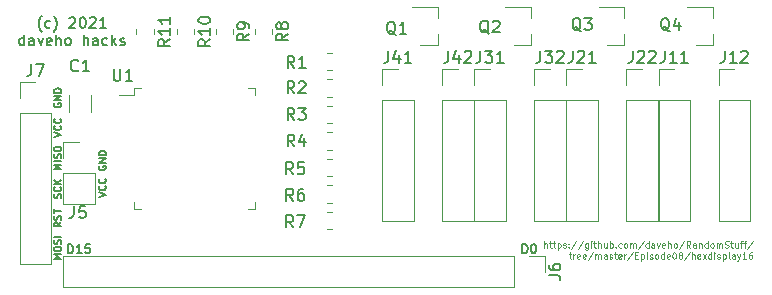
<source format=gbr>
%TF.GenerationSoftware,KiCad,Pcbnew,5.1.10-88a1d61d58~88~ubuntu20.04.1*%
%TF.CreationDate,2021-05-20T12:52:21-04:00*%
%TF.ProjectId,hexdisplay16,68657864-6973-4706-9c61-7931362e6b69,rev?*%
%TF.SameCoordinates,Original*%
%TF.FileFunction,Legend,Top*%
%TF.FilePolarity,Positive*%
%FSLAX46Y46*%
G04 Gerber Fmt 4.6, Leading zero omitted, Abs format (unit mm)*
G04 Created by KiCad (PCBNEW 5.1.10-88a1d61d58~88~ubuntu20.04.1) date 2021-05-20 12:52:21*
%MOMM*%
%LPD*%
G01*
G04 APERTURE LIST*
%ADD10C,0.150000*%
%ADD11C,0.120000*%
G04 APERTURE END LIST*
D10*
X83571428Y-133700000D02*
X84171428Y-133500000D01*
X83571428Y-133300000D01*
X84114285Y-132757142D02*
X84142857Y-132785714D01*
X84171428Y-132871428D01*
X84171428Y-132928571D01*
X84142857Y-133014285D01*
X84085714Y-133071428D01*
X84028571Y-133100000D01*
X83914285Y-133128571D01*
X83828571Y-133128571D01*
X83714285Y-133100000D01*
X83657142Y-133071428D01*
X83600000Y-133014285D01*
X83571428Y-132928571D01*
X83571428Y-132871428D01*
X83600000Y-132785714D01*
X83628571Y-132757142D01*
X84114285Y-132157142D02*
X84142857Y-132185714D01*
X84171428Y-132271428D01*
X84171428Y-132328571D01*
X84142857Y-132414285D01*
X84085714Y-132471428D01*
X84028571Y-132500000D01*
X83914285Y-132528571D01*
X83828571Y-132528571D01*
X83714285Y-132500000D01*
X83657142Y-132471428D01*
X83600000Y-132414285D01*
X83571428Y-132328571D01*
X83571428Y-132271428D01*
X83600000Y-132185714D01*
X83628571Y-132157142D01*
X83600000Y-131057142D02*
X83571428Y-131114285D01*
X83571428Y-131200000D01*
X83600000Y-131285714D01*
X83657142Y-131342857D01*
X83714285Y-131371428D01*
X83828571Y-131400000D01*
X83914285Y-131400000D01*
X84028571Y-131371428D01*
X84085714Y-131342857D01*
X84142857Y-131285714D01*
X84171428Y-131200000D01*
X84171428Y-131142857D01*
X84142857Y-131057142D01*
X84114285Y-131028571D01*
X83914285Y-131028571D01*
X83914285Y-131142857D01*
X84171428Y-130771428D02*
X83571428Y-130771428D01*
X84171428Y-130428571D01*
X83571428Y-130428571D01*
X84171428Y-130142857D02*
X83571428Y-130142857D01*
X83571428Y-130000000D01*
X83600000Y-129914285D01*
X83657142Y-129857142D01*
X83714285Y-129828571D01*
X83828571Y-129800000D01*
X83914285Y-129800000D01*
X84028571Y-129828571D01*
X84085714Y-129857142D01*
X84142857Y-129914285D01*
X84171428Y-130000000D01*
X84171428Y-130142857D01*
X80371428Y-138942857D02*
X79771428Y-138942857D01*
X80200000Y-138742857D01*
X79771428Y-138542857D01*
X80371428Y-138542857D01*
X79771428Y-138142857D02*
X79771428Y-138028571D01*
X79800000Y-137971428D01*
X79857142Y-137914285D01*
X79971428Y-137885714D01*
X80171428Y-137885714D01*
X80285714Y-137914285D01*
X80342857Y-137971428D01*
X80371428Y-138028571D01*
X80371428Y-138142857D01*
X80342857Y-138200000D01*
X80285714Y-138257142D01*
X80171428Y-138285714D01*
X79971428Y-138285714D01*
X79857142Y-138257142D01*
X79800000Y-138200000D01*
X79771428Y-138142857D01*
X80342857Y-137657142D02*
X80371428Y-137571428D01*
X80371428Y-137428571D01*
X80342857Y-137371428D01*
X80314285Y-137342857D01*
X80257142Y-137314285D01*
X80200000Y-137314285D01*
X80142857Y-137342857D01*
X80114285Y-137371428D01*
X80085714Y-137428571D01*
X80057142Y-137542857D01*
X80028571Y-137600000D01*
X80000000Y-137628571D01*
X79942857Y-137657142D01*
X79885714Y-137657142D01*
X79828571Y-137628571D01*
X79800000Y-137600000D01*
X79771428Y-137542857D01*
X79771428Y-137400000D01*
X79800000Y-137314285D01*
X80371428Y-137057142D02*
X79771428Y-137057142D01*
X80371428Y-135828571D02*
X80085714Y-136028571D01*
X80371428Y-136171428D02*
X79771428Y-136171428D01*
X79771428Y-135942857D01*
X79800000Y-135885714D01*
X79828571Y-135857142D01*
X79885714Y-135828571D01*
X79971428Y-135828571D01*
X80028571Y-135857142D01*
X80057142Y-135885714D01*
X80085714Y-135942857D01*
X80085714Y-136171428D01*
X80342857Y-135600000D02*
X80371428Y-135514285D01*
X80371428Y-135371428D01*
X80342857Y-135314285D01*
X80314285Y-135285714D01*
X80257142Y-135257142D01*
X80200000Y-135257142D01*
X80142857Y-135285714D01*
X80114285Y-135314285D01*
X80085714Y-135371428D01*
X80057142Y-135485714D01*
X80028571Y-135542857D01*
X80000000Y-135571428D01*
X79942857Y-135600000D01*
X79885714Y-135600000D01*
X79828571Y-135571428D01*
X79800000Y-135542857D01*
X79771428Y-135485714D01*
X79771428Y-135342857D01*
X79800000Y-135257142D01*
X79771428Y-135085714D02*
X79771428Y-134742857D01*
X80371428Y-134914285D02*
X79771428Y-134914285D01*
X80342857Y-133771428D02*
X80371428Y-133685714D01*
X80371428Y-133542857D01*
X80342857Y-133485714D01*
X80314285Y-133457142D01*
X80257142Y-133428571D01*
X80200000Y-133428571D01*
X80142857Y-133457142D01*
X80114285Y-133485714D01*
X80085714Y-133542857D01*
X80057142Y-133657142D01*
X80028571Y-133714285D01*
X80000000Y-133742857D01*
X79942857Y-133771428D01*
X79885714Y-133771428D01*
X79828571Y-133742857D01*
X79800000Y-133714285D01*
X79771428Y-133657142D01*
X79771428Y-133514285D01*
X79800000Y-133428571D01*
X80314285Y-132828571D02*
X80342857Y-132857142D01*
X80371428Y-132942857D01*
X80371428Y-133000000D01*
X80342857Y-133085714D01*
X80285714Y-133142857D01*
X80228571Y-133171428D01*
X80114285Y-133200000D01*
X80028571Y-133200000D01*
X79914285Y-133171428D01*
X79857142Y-133142857D01*
X79800000Y-133085714D01*
X79771428Y-133000000D01*
X79771428Y-132942857D01*
X79800000Y-132857142D01*
X79828571Y-132828571D01*
X80371428Y-132571428D02*
X79771428Y-132571428D01*
X80371428Y-132228571D02*
X80028571Y-132485714D01*
X79771428Y-132228571D02*
X80114285Y-132571428D01*
X80371428Y-131342857D02*
X79771428Y-131342857D01*
X80200000Y-131142857D01*
X79771428Y-130942857D01*
X80371428Y-130942857D01*
X80371428Y-130657142D02*
X79771428Y-130657142D01*
X80342857Y-130400000D02*
X80371428Y-130314285D01*
X80371428Y-130171428D01*
X80342857Y-130114285D01*
X80314285Y-130085714D01*
X80257142Y-130057142D01*
X80200000Y-130057142D01*
X80142857Y-130085714D01*
X80114285Y-130114285D01*
X80085714Y-130171428D01*
X80057142Y-130285714D01*
X80028571Y-130342857D01*
X80000000Y-130371428D01*
X79942857Y-130400000D01*
X79885714Y-130400000D01*
X79828571Y-130371428D01*
X79800000Y-130342857D01*
X79771428Y-130285714D01*
X79771428Y-130142857D01*
X79800000Y-130057142D01*
X79771428Y-129685714D02*
X79771428Y-129571428D01*
X79800000Y-129514285D01*
X79857142Y-129457142D01*
X79971428Y-129428571D01*
X80171428Y-129428571D01*
X80285714Y-129457142D01*
X80342857Y-129514285D01*
X80371428Y-129571428D01*
X80371428Y-129685714D01*
X80342857Y-129742857D01*
X80285714Y-129800000D01*
X80171428Y-129828571D01*
X79971428Y-129828571D01*
X79857142Y-129800000D01*
X79800000Y-129742857D01*
X79771428Y-129685714D01*
X79771428Y-128600000D02*
X80371428Y-128400000D01*
X79771428Y-128200000D01*
X80314285Y-127657142D02*
X80342857Y-127685714D01*
X80371428Y-127771428D01*
X80371428Y-127828571D01*
X80342857Y-127914285D01*
X80285714Y-127971428D01*
X80228571Y-128000000D01*
X80114285Y-128028571D01*
X80028571Y-128028571D01*
X79914285Y-128000000D01*
X79857142Y-127971428D01*
X79800000Y-127914285D01*
X79771428Y-127828571D01*
X79771428Y-127771428D01*
X79800000Y-127685714D01*
X79828571Y-127657142D01*
X80314285Y-127057142D02*
X80342857Y-127085714D01*
X80371428Y-127171428D01*
X80371428Y-127228571D01*
X80342857Y-127314285D01*
X80285714Y-127371428D01*
X80228571Y-127400000D01*
X80114285Y-127428571D01*
X80028571Y-127428571D01*
X79914285Y-127400000D01*
X79857142Y-127371428D01*
X79800000Y-127314285D01*
X79771428Y-127228571D01*
X79771428Y-127171428D01*
X79800000Y-127085714D01*
X79828571Y-127057142D01*
X79800000Y-125757142D02*
X79771428Y-125814285D01*
X79771428Y-125900000D01*
X79800000Y-125985714D01*
X79857142Y-126042857D01*
X79914285Y-126071428D01*
X80028571Y-126100000D01*
X80114285Y-126100000D01*
X80228571Y-126071428D01*
X80285714Y-126042857D01*
X80342857Y-125985714D01*
X80371428Y-125900000D01*
X80371428Y-125842857D01*
X80342857Y-125757142D01*
X80314285Y-125728571D01*
X80114285Y-125728571D01*
X80114285Y-125842857D01*
X80371428Y-125471428D02*
X79771428Y-125471428D01*
X80371428Y-125128571D01*
X79771428Y-125128571D01*
X80371428Y-124842857D02*
X79771428Y-124842857D01*
X79771428Y-124700000D01*
X79800000Y-124614285D01*
X79857142Y-124557142D01*
X79914285Y-124528571D01*
X80028571Y-124500000D01*
X80114285Y-124500000D01*
X80228571Y-124528571D01*
X80285714Y-124557142D01*
X80342857Y-124614285D01*
X80371428Y-124700000D01*
X80371428Y-124842857D01*
X78728571Y-119700000D02*
X78685714Y-119657142D01*
X78600000Y-119528571D01*
X78557142Y-119442857D01*
X78514285Y-119314285D01*
X78471428Y-119100000D01*
X78471428Y-118928571D01*
X78514285Y-118714285D01*
X78557142Y-118585714D01*
X78600000Y-118500000D01*
X78685714Y-118371428D01*
X78728571Y-118328571D01*
X79457142Y-119314285D02*
X79371428Y-119357142D01*
X79200000Y-119357142D01*
X79114285Y-119314285D01*
X79071428Y-119271428D01*
X79028571Y-119185714D01*
X79028571Y-118928571D01*
X79071428Y-118842857D01*
X79114285Y-118800000D01*
X79200000Y-118757142D01*
X79371428Y-118757142D01*
X79457142Y-118800000D01*
X79757142Y-119700000D02*
X79800000Y-119657142D01*
X79885714Y-119528571D01*
X79928571Y-119442857D01*
X79971428Y-119314285D01*
X80014285Y-119100000D01*
X80014285Y-118928571D01*
X79971428Y-118714285D01*
X79928571Y-118585714D01*
X79885714Y-118500000D01*
X79800000Y-118371428D01*
X79757142Y-118328571D01*
X81085714Y-118542857D02*
X81128571Y-118500000D01*
X81214285Y-118457142D01*
X81428571Y-118457142D01*
X81514285Y-118500000D01*
X81557142Y-118542857D01*
X81600000Y-118628571D01*
X81600000Y-118714285D01*
X81557142Y-118842857D01*
X81042857Y-119357142D01*
X81600000Y-119357142D01*
X82157142Y-118457142D02*
X82242857Y-118457142D01*
X82328571Y-118500000D01*
X82371428Y-118542857D01*
X82414285Y-118628571D01*
X82457142Y-118800000D01*
X82457142Y-119014285D01*
X82414285Y-119185714D01*
X82371428Y-119271428D01*
X82328571Y-119314285D01*
X82242857Y-119357142D01*
X82157142Y-119357142D01*
X82071428Y-119314285D01*
X82028571Y-119271428D01*
X81985714Y-119185714D01*
X81942857Y-119014285D01*
X81942857Y-118800000D01*
X81985714Y-118628571D01*
X82028571Y-118542857D01*
X82071428Y-118500000D01*
X82157142Y-118457142D01*
X82800000Y-118542857D02*
X82842857Y-118500000D01*
X82928571Y-118457142D01*
X83142857Y-118457142D01*
X83228571Y-118500000D01*
X83271428Y-118542857D01*
X83314285Y-118628571D01*
X83314285Y-118714285D01*
X83271428Y-118842857D01*
X82757142Y-119357142D01*
X83314285Y-119357142D01*
X84171428Y-119357142D02*
X83657142Y-119357142D01*
X83914285Y-119357142D02*
X83914285Y-118457142D01*
X83828571Y-118585714D01*
X83742857Y-118671428D01*
X83657142Y-118714285D01*
X77271428Y-120857142D02*
X77271428Y-119957142D01*
X77271428Y-120814285D02*
X77185714Y-120857142D01*
X77014285Y-120857142D01*
X76928571Y-120814285D01*
X76885714Y-120771428D01*
X76842857Y-120685714D01*
X76842857Y-120428571D01*
X76885714Y-120342857D01*
X76928571Y-120300000D01*
X77014285Y-120257142D01*
X77185714Y-120257142D01*
X77271428Y-120300000D01*
X78085714Y-120857142D02*
X78085714Y-120385714D01*
X78042857Y-120300000D01*
X77957142Y-120257142D01*
X77785714Y-120257142D01*
X77700000Y-120300000D01*
X78085714Y-120814285D02*
X78000000Y-120857142D01*
X77785714Y-120857142D01*
X77700000Y-120814285D01*
X77657142Y-120728571D01*
X77657142Y-120642857D01*
X77700000Y-120557142D01*
X77785714Y-120514285D01*
X78000000Y-120514285D01*
X78085714Y-120471428D01*
X78428571Y-120257142D02*
X78642857Y-120857142D01*
X78857142Y-120257142D01*
X79542857Y-120814285D02*
X79457142Y-120857142D01*
X79285714Y-120857142D01*
X79200000Y-120814285D01*
X79157142Y-120728571D01*
X79157142Y-120385714D01*
X79200000Y-120300000D01*
X79285714Y-120257142D01*
X79457142Y-120257142D01*
X79542857Y-120300000D01*
X79585714Y-120385714D01*
X79585714Y-120471428D01*
X79157142Y-120557142D01*
X79971428Y-120857142D02*
X79971428Y-119957142D01*
X80357142Y-120857142D02*
X80357142Y-120385714D01*
X80314285Y-120300000D01*
X80228571Y-120257142D01*
X80100000Y-120257142D01*
X80014285Y-120300000D01*
X79971428Y-120342857D01*
X80914285Y-120857142D02*
X80828571Y-120814285D01*
X80785714Y-120771428D01*
X80742857Y-120685714D01*
X80742857Y-120428571D01*
X80785714Y-120342857D01*
X80828571Y-120300000D01*
X80914285Y-120257142D01*
X81042857Y-120257142D01*
X81128571Y-120300000D01*
X81171428Y-120342857D01*
X81214285Y-120428571D01*
X81214285Y-120685714D01*
X81171428Y-120771428D01*
X81128571Y-120814285D01*
X81042857Y-120857142D01*
X80914285Y-120857142D01*
X82285714Y-120857142D02*
X82285714Y-119957142D01*
X82671428Y-120857142D02*
X82671428Y-120385714D01*
X82628571Y-120300000D01*
X82542857Y-120257142D01*
X82414285Y-120257142D01*
X82328571Y-120300000D01*
X82285714Y-120342857D01*
X83485714Y-120857142D02*
X83485714Y-120385714D01*
X83442857Y-120300000D01*
X83357142Y-120257142D01*
X83185714Y-120257142D01*
X83100000Y-120300000D01*
X83485714Y-120814285D02*
X83400000Y-120857142D01*
X83185714Y-120857142D01*
X83100000Y-120814285D01*
X83057142Y-120728571D01*
X83057142Y-120642857D01*
X83100000Y-120557142D01*
X83185714Y-120514285D01*
X83400000Y-120514285D01*
X83485714Y-120471428D01*
X84300000Y-120814285D02*
X84214285Y-120857142D01*
X84042857Y-120857142D01*
X83957142Y-120814285D01*
X83914285Y-120771428D01*
X83871428Y-120685714D01*
X83871428Y-120428571D01*
X83914285Y-120342857D01*
X83957142Y-120300000D01*
X84042857Y-120257142D01*
X84214285Y-120257142D01*
X84300000Y-120300000D01*
X84685714Y-120857142D02*
X84685714Y-119957142D01*
X84771428Y-120514285D02*
X85028571Y-120857142D01*
X85028571Y-120257142D02*
X84685714Y-120600000D01*
X85371428Y-120814285D02*
X85457142Y-120857142D01*
X85628571Y-120857142D01*
X85714285Y-120814285D01*
X85757142Y-120728571D01*
X85757142Y-120685714D01*
X85714285Y-120600000D01*
X85628571Y-120557142D01*
X85500000Y-120557142D01*
X85414285Y-120514285D01*
X85371428Y-120428571D01*
X85371428Y-120385714D01*
X85414285Y-120300000D01*
X85500000Y-120257142D01*
X85628571Y-120257142D01*
X85714285Y-120300000D01*
D11*
X121291047Y-137976309D02*
X121291047Y-137426309D01*
X121526761Y-137976309D02*
X121526761Y-137688214D01*
X121500571Y-137635833D01*
X121448190Y-137609642D01*
X121369619Y-137609642D01*
X121317238Y-137635833D01*
X121291047Y-137662023D01*
X121710095Y-137609642D02*
X121919619Y-137609642D01*
X121788666Y-137426309D02*
X121788666Y-137897738D01*
X121814857Y-137950119D01*
X121867238Y-137976309D01*
X121919619Y-137976309D01*
X122024380Y-137609642D02*
X122233904Y-137609642D01*
X122102952Y-137426309D02*
X122102952Y-137897738D01*
X122129142Y-137950119D01*
X122181523Y-137976309D01*
X122233904Y-137976309D01*
X122417238Y-137609642D02*
X122417238Y-138159642D01*
X122417238Y-137635833D02*
X122469619Y-137609642D01*
X122574380Y-137609642D01*
X122626761Y-137635833D01*
X122652952Y-137662023D01*
X122679142Y-137714404D01*
X122679142Y-137871547D01*
X122652952Y-137923928D01*
X122626761Y-137950119D01*
X122574380Y-137976309D01*
X122469619Y-137976309D01*
X122417238Y-137950119D01*
X122888666Y-137950119D02*
X122941047Y-137976309D01*
X123045809Y-137976309D01*
X123098190Y-137950119D01*
X123124380Y-137897738D01*
X123124380Y-137871547D01*
X123098190Y-137819166D01*
X123045809Y-137792976D01*
X122967238Y-137792976D01*
X122914857Y-137766785D01*
X122888666Y-137714404D01*
X122888666Y-137688214D01*
X122914857Y-137635833D01*
X122967238Y-137609642D01*
X123045809Y-137609642D01*
X123098190Y-137635833D01*
X123360095Y-137923928D02*
X123386285Y-137950119D01*
X123360095Y-137976309D01*
X123333904Y-137950119D01*
X123360095Y-137923928D01*
X123360095Y-137976309D01*
X123360095Y-137635833D02*
X123386285Y-137662023D01*
X123360095Y-137688214D01*
X123333904Y-137662023D01*
X123360095Y-137635833D01*
X123360095Y-137688214D01*
X124014857Y-137400119D02*
X123543428Y-138107261D01*
X124591047Y-137400119D02*
X124119619Y-138107261D01*
X125010095Y-137609642D02*
X125010095Y-138054880D01*
X124983904Y-138107261D01*
X124957714Y-138133452D01*
X124905333Y-138159642D01*
X124826761Y-138159642D01*
X124774380Y-138133452D01*
X125010095Y-137950119D02*
X124957714Y-137976309D01*
X124852952Y-137976309D01*
X124800571Y-137950119D01*
X124774380Y-137923928D01*
X124748190Y-137871547D01*
X124748190Y-137714404D01*
X124774380Y-137662023D01*
X124800571Y-137635833D01*
X124852952Y-137609642D01*
X124957714Y-137609642D01*
X125010095Y-137635833D01*
X125272000Y-137976309D02*
X125272000Y-137609642D01*
X125272000Y-137426309D02*
X125245809Y-137452500D01*
X125272000Y-137478690D01*
X125298190Y-137452500D01*
X125272000Y-137426309D01*
X125272000Y-137478690D01*
X125455333Y-137609642D02*
X125664857Y-137609642D01*
X125533904Y-137426309D02*
X125533904Y-137897738D01*
X125560095Y-137950119D01*
X125612476Y-137976309D01*
X125664857Y-137976309D01*
X125848190Y-137976309D02*
X125848190Y-137426309D01*
X126083904Y-137976309D02*
X126083904Y-137688214D01*
X126057714Y-137635833D01*
X126005333Y-137609642D01*
X125926761Y-137609642D01*
X125874380Y-137635833D01*
X125848190Y-137662023D01*
X126581523Y-137609642D02*
X126581523Y-137976309D01*
X126345809Y-137609642D02*
X126345809Y-137897738D01*
X126372000Y-137950119D01*
X126424380Y-137976309D01*
X126502952Y-137976309D01*
X126555333Y-137950119D01*
X126581523Y-137923928D01*
X126843428Y-137976309D02*
X126843428Y-137426309D01*
X126843428Y-137635833D02*
X126895809Y-137609642D01*
X127000571Y-137609642D01*
X127052952Y-137635833D01*
X127079142Y-137662023D01*
X127105333Y-137714404D01*
X127105333Y-137871547D01*
X127079142Y-137923928D01*
X127052952Y-137950119D01*
X127000571Y-137976309D01*
X126895809Y-137976309D01*
X126843428Y-137950119D01*
X127341047Y-137923928D02*
X127367238Y-137950119D01*
X127341047Y-137976309D01*
X127314857Y-137950119D01*
X127341047Y-137923928D01*
X127341047Y-137976309D01*
X127838666Y-137950119D02*
X127786285Y-137976309D01*
X127681523Y-137976309D01*
X127629142Y-137950119D01*
X127602952Y-137923928D01*
X127576761Y-137871547D01*
X127576761Y-137714404D01*
X127602952Y-137662023D01*
X127629142Y-137635833D01*
X127681523Y-137609642D01*
X127786285Y-137609642D01*
X127838666Y-137635833D01*
X128152952Y-137976309D02*
X128100571Y-137950119D01*
X128074380Y-137923928D01*
X128048190Y-137871547D01*
X128048190Y-137714404D01*
X128074380Y-137662023D01*
X128100571Y-137635833D01*
X128152952Y-137609642D01*
X128231523Y-137609642D01*
X128283904Y-137635833D01*
X128310095Y-137662023D01*
X128336285Y-137714404D01*
X128336285Y-137871547D01*
X128310095Y-137923928D01*
X128283904Y-137950119D01*
X128231523Y-137976309D01*
X128152952Y-137976309D01*
X128572000Y-137976309D02*
X128572000Y-137609642D01*
X128572000Y-137662023D02*
X128598190Y-137635833D01*
X128650571Y-137609642D01*
X128729142Y-137609642D01*
X128781523Y-137635833D01*
X128807714Y-137688214D01*
X128807714Y-137976309D01*
X128807714Y-137688214D02*
X128833904Y-137635833D01*
X128886285Y-137609642D01*
X128964857Y-137609642D01*
X129017238Y-137635833D01*
X129043428Y-137688214D01*
X129043428Y-137976309D01*
X129698190Y-137400119D02*
X129226761Y-138107261D01*
X130117238Y-137976309D02*
X130117238Y-137426309D01*
X130117238Y-137950119D02*
X130064857Y-137976309D01*
X129960095Y-137976309D01*
X129907714Y-137950119D01*
X129881523Y-137923928D01*
X129855333Y-137871547D01*
X129855333Y-137714404D01*
X129881523Y-137662023D01*
X129907714Y-137635833D01*
X129960095Y-137609642D01*
X130064857Y-137609642D01*
X130117238Y-137635833D01*
X130614857Y-137976309D02*
X130614857Y-137688214D01*
X130588666Y-137635833D01*
X130536285Y-137609642D01*
X130431523Y-137609642D01*
X130379142Y-137635833D01*
X130614857Y-137950119D02*
X130562476Y-137976309D01*
X130431523Y-137976309D01*
X130379142Y-137950119D01*
X130352952Y-137897738D01*
X130352952Y-137845357D01*
X130379142Y-137792976D01*
X130431523Y-137766785D01*
X130562476Y-137766785D01*
X130614857Y-137740595D01*
X130824380Y-137609642D02*
X130955333Y-137976309D01*
X131086285Y-137609642D01*
X131505333Y-137950119D02*
X131452952Y-137976309D01*
X131348190Y-137976309D01*
X131295809Y-137950119D01*
X131269619Y-137897738D01*
X131269619Y-137688214D01*
X131295809Y-137635833D01*
X131348190Y-137609642D01*
X131452952Y-137609642D01*
X131505333Y-137635833D01*
X131531523Y-137688214D01*
X131531523Y-137740595D01*
X131269619Y-137792976D01*
X131767238Y-137976309D02*
X131767238Y-137426309D01*
X132002952Y-137976309D02*
X132002952Y-137688214D01*
X131976761Y-137635833D01*
X131924380Y-137609642D01*
X131845809Y-137609642D01*
X131793428Y-137635833D01*
X131767238Y-137662023D01*
X132343428Y-137976309D02*
X132291047Y-137950119D01*
X132264857Y-137923928D01*
X132238666Y-137871547D01*
X132238666Y-137714404D01*
X132264857Y-137662023D01*
X132291047Y-137635833D01*
X132343428Y-137609642D01*
X132422000Y-137609642D01*
X132474380Y-137635833D01*
X132500571Y-137662023D01*
X132526761Y-137714404D01*
X132526761Y-137871547D01*
X132500571Y-137923928D01*
X132474380Y-137950119D01*
X132422000Y-137976309D01*
X132343428Y-137976309D01*
X133155333Y-137400119D02*
X132683904Y-138107261D01*
X133652952Y-137976309D02*
X133469619Y-137714404D01*
X133338666Y-137976309D02*
X133338666Y-137426309D01*
X133548190Y-137426309D01*
X133600571Y-137452500D01*
X133626761Y-137478690D01*
X133652952Y-137531071D01*
X133652952Y-137609642D01*
X133626761Y-137662023D01*
X133600571Y-137688214D01*
X133548190Y-137714404D01*
X133338666Y-137714404D01*
X134124380Y-137976309D02*
X134124380Y-137688214D01*
X134098190Y-137635833D01*
X134045809Y-137609642D01*
X133941047Y-137609642D01*
X133888666Y-137635833D01*
X134124380Y-137950119D02*
X134072000Y-137976309D01*
X133941047Y-137976309D01*
X133888666Y-137950119D01*
X133862476Y-137897738D01*
X133862476Y-137845357D01*
X133888666Y-137792976D01*
X133941047Y-137766785D01*
X134072000Y-137766785D01*
X134124380Y-137740595D01*
X134386285Y-137609642D02*
X134386285Y-137976309D01*
X134386285Y-137662023D02*
X134412476Y-137635833D01*
X134464857Y-137609642D01*
X134543428Y-137609642D01*
X134595809Y-137635833D01*
X134622000Y-137688214D01*
X134622000Y-137976309D01*
X135119619Y-137976309D02*
X135119619Y-137426309D01*
X135119619Y-137950119D02*
X135067238Y-137976309D01*
X134962476Y-137976309D01*
X134910095Y-137950119D01*
X134883904Y-137923928D01*
X134857714Y-137871547D01*
X134857714Y-137714404D01*
X134883904Y-137662023D01*
X134910095Y-137635833D01*
X134962476Y-137609642D01*
X135067238Y-137609642D01*
X135119619Y-137635833D01*
X135460095Y-137976309D02*
X135407714Y-137950119D01*
X135381523Y-137923928D01*
X135355333Y-137871547D01*
X135355333Y-137714404D01*
X135381523Y-137662023D01*
X135407714Y-137635833D01*
X135460095Y-137609642D01*
X135538666Y-137609642D01*
X135591047Y-137635833D01*
X135617238Y-137662023D01*
X135643428Y-137714404D01*
X135643428Y-137871547D01*
X135617238Y-137923928D01*
X135591047Y-137950119D01*
X135538666Y-137976309D01*
X135460095Y-137976309D01*
X135879142Y-137976309D02*
X135879142Y-137609642D01*
X135879142Y-137662023D02*
X135905333Y-137635833D01*
X135957714Y-137609642D01*
X136036285Y-137609642D01*
X136088666Y-137635833D01*
X136114857Y-137688214D01*
X136114857Y-137976309D01*
X136114857Y-137688214D02*
X136141047Y-137635833D01*
X136193428Y-137609642D01*
X136272000Y-137609642D01*
X136324380Y-137635833D01*
X136350571Y-137688214D01*
X136350571Y-137976309D01*
X136586285Y-137950119D02*
X136664857Y-137976309D01*
X136795809Y-137976309D01*
X136848190Y-137950119D01*
X136874380Y-137923928D01*
X136900571Y-137871547D01*
X136900571Y-137819166D01*
X136874380Y-137766785D01*
X136848190Y-137740595D01*
X136795809Y-137714404D01*
X136691047Y-137688214D01*
X136638666Y-137662023D01*
X136612476Y-137635833D01*
X136586285Y-137583452D01*
X136586285Y-137531071D01*
X136612476Y-137478690D01*
X136638666Y-137452500D01*
X136691047Y-137426309D01*
X136822000Y-137426309D01*
X136900571Y-137452500D01*
X137057714Y-137609642D02*
X137267238Y-137609642D01*
X137136285Y-137426309D02*
X137136285Y-137897738D01*
X137162476Y-137950119D01*
X137214857Y-137976309D01*
X137267238Y-137976309D01*
X137686285Y-137609642D02*
X137686285Y-137976309D01*
X137450571Y-137609642D02*
X137450571Y-137897738D01*
X137476761Y-137950119D01*
X137529142Y-137976309D01*
X137607714Y-137976309D01*
X137660095Y-137950119D01*
X137686285Y-137923928D01*
X137869619Y-137609642D02*
X138079142Y-137609642D01*
X137948190Y-137976309D02*
X137948190Y-137504880D01*
X137974380Y-137452500D01*
X138026761Y-137426309D01*
X138079142Y-137426309D01*
X138183904Y-137609642D02*
X138393428Y-137609642D01*
X138262476Y-137976309D02*
X138262476Y-137504880D01*
X138288666Y-137452500D01*
X138341047Y-137426309D01*
X138393428Y-137426309D01*
X138969619Y-137400119D02*
X138498190Y-138107261D01*
X123360095Y-138554642D02*
X123569619Y-138554642D01*
X123438666Y-138371309D02*
X123438666Y-138842738D01*
X123464857Y-138895119D01*
X123517238Y-138921309D01*
X123569619Y-138921309D01*
X123752952Y-138921309D02*
X123752952Y-138554642D01*
X123752952Y-138659404D02*
X123779142Y-138607023D01*
X123805333Y-138580833D01*
X123857714Y-138554642D01*
X123910095Y-138554642D01*
X124302952Y-138895119D02*
X124250571Y-138921309D01*
X124145809Y-138921309D01*
X124093428Y-138895119D01*
X124067238Y-138842738D01*
X124067238Y-138633214D01*
X124093428Y-138580833D01*
X124145809Y-138554642D01*
X124250571Y-138554642D01*
X124302952Y-138580833D01*
X124329142Y-138633214D01*
X124329142Y-138685595D01*
X124067238Y-138737976D01*
X124774380Y-138895119D02*
X124722000Y-138921309D01*
X124617238Y-138921309D01*
X124564857Y-138895119D01*
X124538666Y-138842738D01*
X124538666Y-138633214D01*
X124564857Y-138580833D01*
X124617238Y-138554642D01*
X124722000Y-138554642D01*
X124774380Y-138580833D01*
X124800571Y-138633214D01*
X124800571Y-138685595D01*
X124538666Y-138737976D01*
X125429142Y-138345119D02*
X124957714Y-139052261D01*
X125612476Y-138921309D02*
X125612476Y-138554642D01*
X125612476Y-138607023D02*
X125638666Y-138580833D01*
X125691047Y-138554642D01*
X125769619Y-138554642D01*
X125822000Y-138580833D01*
X125848190Y-138633214D01*
X125848190Y-138921309D01*
X125848190Y-138633214D02*
X125874380Y-138580833D01*
X125926761Y-138554642D01*
X126005333Y-138554642D01*
X126057714Y-138580833D01*
X126083904Y-138633214D01*
X126083904Y-138921309D01*
X126581523Y-138921309D02*
X126581523Y-138633214D01*
X126555333Y-138580833D01*
X126502952Y-138554642D01*
X126398190Y-138554642D01*
X126345809Y-138580833D01*
X126581523Y-138895119D02*
X126529142Y-138921309D01*
X126398190Y-138921309D01*
X126345809Y-138895119D01*
X126319619Y-138842738D01*
X126319619Y-138790357D01*
X126345809Y-138737976D01*
X126398190Y-138711785D01*
X126529142Y-138711785D01*
X126581523Y-138685595D01*
X126817238Y-138895119D02*
X126869619Y-138921309D01*
X126974380Y-138921309D01*
X127026761Y-138895119D01*
X127052952Y-138842738D01*
X127052952Y-138816547D01*
X127026761Y-138764166D01*
X126974380Y-138737976D01*
X126895809Y-138737976D01*
X126843428Y-138711785D01*
X126817238Y-138659404D01*
X126817238Y-138633214D01*
X126843428Y-138580833D01*
X126895809Y-138554642D01*
X126974380Y-138554642D01*
X127026761Y-138580833D01*
X127210095Y-138554642D02*
X127419619Y-138554642D01*
X127288666Y-138371309D02*
X127288666Y-138842738D01*
X127314857Y-138895119D01*
X127367238Y-138921309D01*
X127419619Y-138921309D01*
X127812476Y-138895119D02*
X127760095Y-138921309D01*
X127655333Y-138921309D01*
X127602952Y-138895119D01*
X127576761Y-138842738D01*
X127576761Y-138633214D01*
X127602952Y-138580833D01*
X127655333Y-138554642D01*
X127760095Y-138554642D01*
X127812476Y-138580833D01*
X127838666Y-138633214D01*
X127838666Y-138685595D01*
X127576761Y-138737976D01*
X128074380Y-138921309D02*
X128074380Y-138554642D01*
X128074380Y-138659404D02*
X128100571Y-138607023D01*
X128126761Y-138580833D01*
X128179142Y-138554642D01*
X128231523Y-138554642D01*
X128807714Y-138345119D02*
X128336285Y-139052261D01*
X128991047Y-138633214D02*
X129174380Y-138633214D01*
X129252952Y-138921309D02*
X128991047Y-138921309D01*
X128991047Y-138371309D01*
X129252952Y-138371309D01*
X129488666Y-138554642D02*
X129488666Y-139104642D01*
X129488666Y-138580833D02*
X129541047Y-138554642D01*
X129645809Y-138554642D01*
X129698190Y-138580833D01*
X129724380Y-138607023D01*
X129750571Y-138659404D01*
X129750571Y-138816547D01*
X129724380Y-138868928D01*
X129698190Y-138895119D01*
X129645809Y-138921309D01*
X129541047Y-138921309D01*
X129488666Y-138895119D01*
X129986285Y-138921309D02*
X129986285Y-138554642D01*
X129986285Y-138371309D02*
X129960095Y-138397500D01*
X129986285Y-138423690D01*
X130012476Y-138397500D01*
X129986285Y-138371309D01*
X129986285Y-138423690D01*
X130222000Y-138895119D02*
X130274380Y-138921309D01*
X130379142Y-138921309D01*
X130431523Y-138895119D01*
X130457714Y-138842738D01*
X130457714Y-138816547D01*
X130431523Y-138764166D01*
X130379142Y-138737976D01*
X130300571Y-138737976D01*
X130248190Y-138711785D01*
X130222000Y-138659404D01*
X130222000Y-138633214D01*
X130248190Y-138580833D01*
X130300571Y-138554642D01*
X130379142Y-138554642D01*
X130431523Y-138580833D01*
X130772000Y-138921309D02*
X130719619Y-138895119D01*
X130693428Y-138868928D01*
X130667238Y-138816547D01*
X130667238Y-138659404D01*
X130693428Y-138607023D01*
X130719619Y-138580833D01*
X130772000Y-138554642D01*
X130850571Y-138554642D01*
X130902952Y-138580833D01*
X130929142Y-138607023D01*
X130955333Y-138659404D01*
X130955333Y-138816547D01*
X130929142Y-138868928D01*
X130902952Y-138895119D01*
X130850571Y-138921309D01*
X130772000Y-138921309D01*
X131426761Y-138921309D02*
X131426761Y-138371309D01*
X131426761Y-138895119D02*
X131374380Y-138921309D01*
X131269619Y-138921309D01*
X131217238Y-138895119D01*
X131191047Y-138868928D01*
X131164857Y-138816547D01*
X131164857Y-138659404D01*
X131191047Y-138607023D01*
X131217238Y-138580833D01*
X131269619Y-138554642D01*
X131374380Y-138554642D01*
X131426761Y-138580833D01*
X131898190Y-138895119D02*
X131845809Y-138921309D01*
X131741047Y-138921309D01*
X131688666Y-138895119D01*
X131662476Y-138842738D01*
X131662476Y-138633214D01*
X131688666Y-138580833D01*
X131741047Y-138554642D01*
X131845809Y-138554642D01*
X131898190Y-138580833D01*
X131924380Y-138633214D01*
X131924380Y-138685595D01*
X131662476Y-138737976D01*
X132264857Y-138371309D02*
X132317238Y-138371309D01*
X132369619Y-138397500D01*
X132395809Y-138423690D01*
X132422000Y-138476071D01*
X132448190Y-138580833D01*
X132448190Y-138711785D01*
X132422000Y-138816547D01*
X132395809Y-138868928D01*
X132369619Y-138895119D01*
X132317238Y-138921309D01*
X132264857Y-138921309D01*
X132212476Y-138895119D01*
X132186285Y-138868928D01*
X132160095Y-138816547D01*
X132133904Y-138711785D01*
X132133904Y-138580833D01*
X132160095Y-138476071D01*
X132186285Y-138423690D01*
X132212476Y-138397500D01*
X132264857Y-138371309D01*
X132762476Y-138607023D02*
X132710095Y-138580833D01*
X132683904Y-138554642D01*
X132657714Y-138502261D01*
X132657714Y-138476071D01*
X132683904Y-138423690D01*
X132710095Y-138397500D01*
X132762476Y-138371309D01*
X132867238Y-138371309D01*
X132919619Y-138397500D01*
X132945809Y-138423690D01*
X132972000Y-138476071D01*
X132972000Y-138502261D01*
X132945809Y-138554642D01*
X132919619Y-138580833D01*
X132867238Y-138607023D01*
X132762476Y-138607023D01*
X132710095Y-138633214D01*
X132683904Y-138659404D01*
X132657714Y-138711785D01*
X132657714Y-138816547D01*
X132683904Y-138868928D01*
X132710095Y-138895119D01*
X132762476Y-138921309D01*
X132867238Y-138921309D01*
X132919619Y-138895119D01*
X132945809Y-138868928D01*
X132972000Y-138816547D01*
X132972000Y-138711785D01*
X132945809Y-138659404D01*
X132919619Y-138633214D01*
X132867238Y-138607023D01*
X133600571Y-138345119D02*
X133129142Y-139052261D01*
X133783904Y-138921309D02*
X133783904Y-138371309D01*
X134019619Y-138921309D02*
X134019619Y-138633214D01*
X133993428Y-138580833D01*
X133941047Y-138554642D01*
X133862476Y-138554642D01*
X133810095Y-138580833D01*
X133783904Y-138607023D01*
X134491047Y-138895119D02*
X134438666Y-138921309D01*
X134333904Y-138921309D01*
X134281523Y-138895119D01*
X134255333Y-138842738D01*
X134255333Y-138633214D01*
X134281523Y-138580833D01*
X134333904Y-138554642D01*
X134438666Y-138554642D01*
X134491047Y-138580833D01*
X134517238Y-138633214D01*
X134517238Y-138685595D01*
X134255333Y-138737976D01*
X134700571Y-138921309D02*
X134988666Y-138554642D01*
X134700571Y-138554642D02*
X134988666Y-138921309D01*
X135433904Y-138921309D02*
X135433904Y-138371309D01*
X135433904Y-138895119D02*
X135381523Y-138921309D01*
X135276761Y-138921309D01*
X135224380Y-138895119D01*
X135198190Y-138868928D01*
X135172000Y-138816547D01*
X135172000Y-138659404D01*
X135198190Y-138607023D01*
X135224380Y-138580833D01*
X135276761Y-138554642D01*
X135381523Y-138554642D01*
X135433904Y-138580833D01*
X135695809Y-138921309D02*
X135695809Y-138554642D01*
X135695809Y-138371309D02*
X135669619Y-138397500D01*
X135695809Y-138423690D01*
X135722000Y-138397500D01*
X135695809Y-138371309D01*
X135695809Y-138423690D01*
X135931523Y-138895119D02*
X135983904Y-138921309D01*
X136088666Y-138921309D01*
X136141047Y-138895119D01*
X136167238Y-138842738D01*
X136167238Y-138816547D01*
X136141047Y-138764166D01*
X136088666Y-138737976D01*
X136010095Y-138737976D01*
X135957714Y-138711785D01*
X135931523Y-138659404D01*
X135931523Y-138633214D01*
X135957714Y-138580833D01*
X136010095Y-138554642D01*
X136088666Y-138554642D01*
X136141047Y-138580833D01*
X136402952Y-138554642D02*
X136402952Y-139104642D01*
X136402952Y-138580833D02*
X136455333Y-138554642D01*
X136560095Y-138554642D01*
X136612476Y-138580833D01*
X136638666Y-138607023D01*
X136664857Y-138659404D01*
X136664857Y-138816547D01*
X136638666Y-138868928D01*
X136612476Y-138895119D01*
X136560095Y-138921309D01*
X136455333Y-138921309D01*
X136402952Y-138895119D01*
X136979142Y-138921309D02*
X136926761Y-138895119D01*
X136900571Y-138842738D01*
X136900571Y-138371309D01*
X137424380Y-138921309D02*
X137424380Y-138633214D01*
X137398190Y-138580833D01*
X137345809Y-138554642D01*
X137241047Y-138554642D01*
X137188666Y-138580833D01*
X137424380Y-138895119D02*
X137372000Y-138921309D01*
X137241047Y-138921309D01*
X137188666Y-138895119D01*
X137162476Y-138842738D01*
X137162476Y-138790357D01*
X137188666Y-138737976D01*
X137241047Y-138711785D01*
X137372000Y-138711785D01*
X137424380Y-138685595D01*
X137633904Y-138554642D02*
X137764857Y-138921309D01*
X137895809Y-138554642D02*
X137764857Y-138921309D01*
X137712476Y-139052261D01*
X137686285Y-139078452D01*
X137633904Y-139104642D01*
X138393428Y-138921309D02*
X138079142Y-138921309D01*
X138236285Y-138921309D02*
X138236285Y-138371309D01*
X138183904Y-138449880D01*
X138131523Y-138502261D01*
X138079142Y-138528452D01*
X138864857Y-138371309D02*
X138760095Y-138371309D01*
X138707714Y-138397500D01*
X138681523Y-138423690D01*
X138629142Y-138502261D01*
X138602952Y-138607023D01*
X138602952Y-138816547D01*
X138629142Y-138868928D01*
X138655333Y-138895119D01*
X138707714Y-138921309D01*
X138812476Y-138921309D01*
X138864857Y-138895119D01*
X138891047Y-138868928D01*
X138917238Y-138816547D01*
X138917238Y-138685595D01*
X138891047Y-138633214D01*
X138864857Y-138607023D01*
X138812476Y-138580833D01*
X138707714Y-138580833D01*
X138655333Y-138607023D01*
X138629142Y-138633214D01*
X138602952Y-138685595D01*
D10*
X119446428Y-138439285D02*
X119446428Y-137689285D01*
X119625000Y-137689285D01*
X119732142Y-137725000D01*
X119803571Y-137796428D01*
X119839285Y-137867857D01*
X119875000Y-138010714D01*
X119875000Y-138117857D01*
X119839285Y-138260714D01*
X119803571Y-138332142D01*
X119732142Y-138403571D01*
X119625000Y-138439285D01*
X119446428Y-138439285D01*
X120339285Y-137689285D02*
X120410714Y-137689285D01*
X120482142Y-137725000D01*
X120517857Y-137760714D01*
X120553571Y-137832142D01*
X120589285Y-137975000D01*
X120589285Y-138153571D01*
X120553571Y-138296428D01*
X120517857Y-138367857D01*
X120482142Y-138403571D01*
X120410714Y-138439285D01*
X120339285Y-138439285D01*
X120267857Y-138403571D01*
X120232142Y-138367857D01*
X120196428Y-138296428D01*
X120160714Y-138153571D01*
X120160714Y-137975000D01*
X120196428Y-137832142D01*
X120232142Y-137760714D01*
X120267857Y-137725000D01*
X120339285Y-137689285D01*
X80989285Y-138439285D02*
X80989285Y-137689285D01*
X81167857Y-137689285D01*
X81275000Y-137725000D01*
X81346428Y-137796428D01*
X81382142Y-137867857D01*
X81417857Y-138010714D01*
X81417857Y-138117857D01*
X81382142Y-138260714D01*
X81346428Y-138332142D01*
X81275000Y-138403571D01*
X81167857Y-138439285D01*
X80989285Y-138439285D01*
X82132142Y-138439285D02*
X81703571Y-138439285D01*
X81917857Y-138439285D02*
X81917857Y-137689285D01*
X81846428Y-137796428D01*
X81775000Y-137867857D01*
X81703571Y-137903571D01*
X82810714Y-137689285D02*
X82453571Y-137689285D01*
X82417857Y-138046428D01*
X82453571Y-138010714D01*
X82525000Y-137975000D01*
X82703571Y-137975000D01*
X82775000Y-138010714D01*
X82810714Y-138046428D01*
X82846428Y-138117857D01*
X82846428Y-138296428D01*
X82810714Y-138367857D01*
X82775000Y-138403571D01*
X82703571Y-138439285D01*
X82525000Y-138439285D01*
X82453571Y-138403571D01*
X82417857Y-138367857D01*
D11*
%TO.C,J12*%
X136050000Y-122870000D02*
X137380000Y-122870000D01*
X136050000Y-124200000D02*
X136050000Y-122870000D01*
X136050000Y-125470000D02*
X138710000Y-125470000D01*
X138710000Y-125470000D02*
X138710000Y-135690000D01*
X136050000Y-125470000D02*
X136050000Y-135690000D01*
X136050000Y-135690000D02*
X138710000Y-135690000D01*
%TO.C,J11*%
X130970000Y-122870000D02*
X132300000Y-122870000D01*
X130970000Y-124200000D02*
X130970000Y-122870000D01*
X130970000Y-125470000D02*
X133630000Y-125470000D01*
X133630000Y-125470000D02*
X133630000Y-135690000D01*
X130970000Y-125470000D02*
X130970000Y-135690000D01*
X130970000Y-135690000D02*
X133630000Y-135690000D01*
%TO.C,J22*%
X128250000Y-135690000D02*
X130910000Y-135690000D01*
X128250000Y-125470000D02*
X128250000Y-135690000D01*
X130910000Y-125470000D02*
X130910000Y-135690000D01*
X128250000Y-125470000D02*
X130910000Y-125470000D01*
X128250000Y-124200000D02*
X128250000Y-122870000D01*
X128250000Y-122870000D02*
X129580000Y-122870000D01*
%TO.C,J32*%
X120450000Y-122870000D02*
X121780000Y-122870000D01*
X120450000Y-124200000D02*
X120450000Y-122870000D01*
X120450000Y-125470000D02*
X123110000Y-125470000D01*
X123110000Y-125470000D02*
X123110000Y-135690000D01*
X120450000Y-125470000D02*
X120450000Y-135690000D01*
X120450000Y-135690000D02*
X123110000Y-135690000D01*
%TO.C,J41*%
X107570000Y-135690000D02*
X110230000Y-135690000D01*
X107570000Y-125470000D02*
X107570000Y-135690000D01*
X110230000Y-125470000D02*
X110230000Y-135690000D01*
X107570000Y-125470000D02*
X110230000Y-125470000D01*
X107570000Y-124200000D02*
X107570000Y-122870000D01*
X107570000Y-122870000D02*
X108900000Y-122870000D01*
%TO.C,J31*%
X115370000Y-122870000D02*
X116700000Y-122870000D01*
X115370000Y-124200000D02*
X115370000Y-122870000D01*
X115370000Y-125470000D02*
X118030000Y-125470000D01*
X118030000Y-125470000D02*
X118030000Y-135690000D01*
X115370000Y-125470000D02*
X115370000Y-135690000D01*
X115370000Y-135690000D02*
X118030000Y-135690000D01*
%TO.C,J42*%
X112650000Y-135690000D02*
X115310000Y-135690000D01*
X112650000Y-125470000D02*
X112650000Y-135690000D01*
X115310000Y-125470000D02*
X115310000Y-135690000D01*
X112650000Y-125470000D02*
X115310000Y-125470000D01*
X112650000Y-124200000D02*
X112650000Y-122870000D01*
X112650000Y-122870000D02*
X113980000Y-122870000D01*
%TO.C,J21*%
X123170000Y-135690000D02*
X125830000Y-135690000D01*
X123170000Y-125470000D02*
X123170000Y-135690000D01*
X125830000Y-125470000D02*
X125830000Y-135690000D01*
X123170000Y-125470000D02*
X125830000Y-125470000D01*
X123170000Y-124200000D02*
X123170000Y-122870000D01*
X123170000Y-122870000D02*
X124500000Y-122870000D01*
%TO.C,J6*%
X121330000Y-138670000D02*
X121330000Y-140000000D01*
X120000000Y-138670000D02*
X121330000Y-138670000D01*
X118730000Y-138670000D02*
X118730000Y-141330000D01*
X118730000Y-141330000D02*
X80570000Y-141330000D01*
X118730000Y-138670000D02*
X80570000Y-138670000D01*
X80570000Y-138670000D02*
X80570000Y-141330000D01*
%TO.C,C1*%
X82910000Y-126473752D02*
X82910000Y-125051248D01*
X81090000Y-126473752D02*
X81090000Y-125051248D01*
%TO.C,J5*%
X80570000Y-129050000D02*
X81900000Y-129050000D01*
X80570000Y-130380000D02*
X80570000Y-129050000D01*
X80570000Y-131650000D02*
X83230000Y-131650000D01*
X83230000Y-131650000D02*
X83230000Y-134250000D01*
X80570000Y-131650000D02*
X80570000Y-134250000D01*
X80570000Y-134250000D02*
X83230000Y-134250000D01*
%TO.C,J7*%
X76870000Y-123970000D02*
X78200000Y-123970000D01*
X76870000Y-125300000D02*
X76870000Y-123970000D01*
X76870000Y-126570000D02*
X79530000Y-126570000D01*
X79530000Y-126570000D02*
X79530000Y-139330000D01*
X76870000Y-126570000D02*
X76870000Y-139330000D01*
X76870000Y-139330000D02*
X79530000Y-139330000D01*
%TO.C,Q1*%
X112260000Y-120780000D02*
X112260000Y-119850000D01*
X112260000Y-117620000D02*
X112260000Y-118550000D01*
X112260000Y-117620000D02*
X110100000Y-117620000D01*
X112260000Y-120780000D02*
X110800000Y-120780000D01*
%TO.C,Q2*%
X120160000Y-120780000D02*
X118700000Y-120780000D01*
X120160000Y-117620000D02*
X118000000Y-117620000D01*
X120160000Y-117620000D02*
X120160000Y-118550000D01*
X120160000Y-120780000D02*
X120160000Y-119850000D01*
%TO.C,Q3*%
X128060000Y-120780000D02*
X126600000Y-120780000D01*
X128060000Y-117620000D02*
X125900000Y-117620000D01*
X128060000Y-117620000D02*
X128060000Y-118550000D01*
X128060000Y-120780000D02*
X128060000Y-119850000D01*
%TO.C,Q4*%
X135560000Y-120780000D02*
X135560000Y-119850000D01*
X135560000Y-117620000D02*
X135560000Y-118550000D01*
X135560000Y-117620000D02*
X133400000Y-117620000D01*
X135560000Y-120780000D02*
X134100000Y-120780000D01*
%TO.C,R1*%
X102872936Y-122935000D02*
X103327064Y-122935000D01*
X102872936Y-121465000D02*
X103327064Y-121465000D01*
%TO.C,R2*%
X102872936Y-123715000D02*
X103327064Y-123715000D01*
X102872936Y-125185000D02*
X103327064Y-125185000D01*
%TO.C,R3*%
X102872936Y-127435000D02*
X103327064Y-127435000D01*
X102872936Y-125965000D02*
X103327064Y-125965000D01*
%TO.C,R4*%
X102872936Y-128215000D02*
X103327064Y-128215000D01*
X102872936Y-129685000D02*
X103327064Y-129685000D01*
%TO.C,R5*%
X102872936Y-131935000D02*
X103327064Y-131935000D01*
X102872936Y-130465000D02*
X103327064Y-130465000D01*
%TO.C,R6*%
X102872936Y-132715000D02*
X103327064Y-132715000D01*
X102872936Y-134185000D02*
X103327064Y-134185000D01*
%TO.C,R7*%
X102872936Y-136435000D02*
X103327064Y-136435000D01*
X102872936Y-134965000D02*
X103327064Y-134965000D01*
%TO.C,R8*%
X96765000Y-119472936D02*
X96765000Y-119927064D01*
X98235000Y-119472936D02*
X98235000Y-119927064D01*
%TO.C,R9*%
X94935000Y-119472936D02*
X94935000Y-119927064D01*
X93465000Y-119472936D02*
X93465000Y-119927064D01*
%TO.C,R10*%
X90165000Y-119472936D02*
X90165000Y-119927064D01*
X91635000Y-119472936D02*
X91635000Y-119927064D01*
%TO.C,R11*%
X88235000Y-119472936D02*
X88235000Y-119927064D01*
X86765000Y-119472936D02*
X86765000Y-119927064D01*
%TO.C,U1*%
X86590000Y-125065000D02*
X85300000Y-125065000D01*
X86590000Y-124490000D02*
X86590000Y-125065000D01*
X87165000Y-124490000D02*
X86590000Y-124490000D01*
X96810000Y-124490000D02*
X96810000Y-125065000D01*
X96235000Y-124490000D02*
X96810000Y-124490000D01*
X86590000Y-134710000D02*
X86590000Y-134135000D01*
X87165000Y-134710000D02*
X86590000Y-134710000D01*
X96810000Y-134710000D02*
X96810000Y-134135000D01*
X96235000Y-134710000D02*
X96810000Y-134710000D01*
%TO.C,J12*%
D10*
X136570476Y-121322380D02*
X136570476Y-122036666D01*
X136522857Y-122179523D01*
X136427619Y-122274761D01*
X136284761Y-122322380D01*
X136189523Y-122322380D01*
X137570476Y-122322380D02*
X136999047Y-122322380D01*
X137284761Y-122322380D02*
X137284761Y-121322380D01*
X137189523Y-121465238D01*
X137094285Y-121560476D01*
X136999047Y-121608095D01*
X137951428Y-121417619D02*
X137999047Y-121370000D01*
X138094285Y-121322380D01*
X138332380Y-121322380D01*
X138427619Y-121370000D01*
X138475238Y-121417619D01*
X138522857Y-121512857D01*
X138522857Y-121608095D01*
X138475238Y-121750952D01*
X137903809Y-122322380D01*
X138522857Y-122322380D01*
%TO.C,J11*%
X131490476Y-121322380D02*
X131490476Y-122036666D01*
X131442857Y-122179523D01*
X131347619Y-122274761D01*
X131204761Y-122322380D01*
X131109523Y-122322380D01*
X132490476Y-122322380D02*
X131919047Y-122322380D01*
X132204761Y-122322380D02*
X132204761Y-121322380D01*
X132109523Y-121465238D01*
X132014285Y-121560476D01*
X131919047Y-121608095D01*
X133442857Y-122322380D02*
X132871428Y-122322380D01*
X133157142Y-122322380D02*
X133157142Y-121322380D01*
X133061904Y-121465238D01*
X132966666Y-121560476D01*
X132871428Y-121608095D01*
%TO.C,J22*%
X128770476Y-121322380D02*
X128770476Y-122036666D01*
X128722857Y-122179523D01*
X128627619Y-122274761D01*
X128484761Y-122322380D01*
X128389523Y-122322380D01*
X129199047Y-121417619D02*
X129246666Y-121370000D01*
X129341904Y-121322380D01*
X129580000Y-121322380D01*
X129675238Y-121370000D01*
X129722857Y-121417619D01*
X129770476Y-121512857D01*
X129770476Y-121608095D01*
X129722857Y-121750952D01*
X129151428Y-122322380D01*
X129770476Y-122322380D01*
X130151428Y-121417619D02*
X130199047Y-121370000D01*
X130294285Y-121322380D01*
X130532380Y-121322380D01*
X130627619Y-121370000D01*
X130675238Y-121417619D01*
X130722857Y-121512857D01*
X130722857Y-121608095D01*
X130675238Y-121750952D01*
X130103809Y-122322380D01*
X130722857Y-122322380D01*
%TO.C,J32*%
X120970476Y-121322380D02*
X120970476Y-122036666D01*
X120922857Y-122179523D01*
X120827619Y-122274761D01*
X120684761Y-122322380D01*
X120589523Y-122322380D01*
X121351428Y-121322380D02*
X121970476Y-121322380D01*
X121637142Y-121703333D01*
X121780000Y-121703333D01*
X121875238Y-121750952D01*
X121922857Y-121798571D01*
X121970476Y-121893809D01*
X121970476Y-122131904D01*
X121922857Y-122227142D01*
X121875238Y-122274761D01*
X121780000Y-122322380D01*
X121494285Y-122322380D01*
X121399047Y-122274761D01*
X121351428Y-122227142D01*
X122351428Y-121417619D02*
X122399047Y-121370000D01*
X122494285Y-121322380D01*
X122732380Y-121322380D01*
X122827619Y-121370000D01*
X122875238Y-121417619D01*
X122922857Y-121512857D01*
X122922857Y-121608095D01*
X122875238Y-121750952D01*
X122303809Y-122322380D01*
X122922857Y-122322380D01*
%TO.C,J41*%
X108090476Y-121322380D02*
X108090476Y-122036666D01*
X108042857Y-122179523D01*
X107947619Y-122274761D01*
X107804761Y-122322380D01*
X107709523Y-122322380D01*
X108995238Y-121655714D02*
X108995238Y-122322380D01*
X108757142Y-121274761D02*
X108519047Y-121989047D01*
X109138095Y-121989047D01*
X110042857Y-122322380D02*
X109471428Y-122322380D01*
X109757142Y-122322380D02*
X109757142Y-121322380D01*
X109661904Y-121465238D01*
X109566666Y-121560476D01*
X109471428Y-121608095D01*
%TO.C,J31*%
X115890476Y-121322380D02*
X115890476Y-122036666D01*
X115842857Y-122179523D01*
X115747619Y-122274761D01*
X115604761Y-122322380D01*
X115509523Y-122322380D01*
X116271428Y-121322380D02*
X116890476Y-121322380D01*
X116557142Y-121703333D01*
X116700000Y-121703333D01*
X116795238Y-121750952D01*
X116842857Y-121798571D01*
X116890476Y-121893809D01*
X116890476Y-122131904D01*
X116842857Y-122227142D01*
X116795238Y-122274761D01*
X116700000Y-122322380D01*
X116414285Y-122322380D01*
X116319047Y-122274761D01*
X116271428Y-122227142D01*
X117842857Y-122322380D02*
X117271428Y-122322380D01*
X117557142Y-122322380D02*
X117557142Y-121322380D01*
X117461904Y-121465238D01*
X117366666Y-121560476D01*
X117271428Y-121608095D01*
%TO.C,J42*%
X113170476Y-121322380D02*
X113170476Y-122036666D01*
X113122857Y-122179523D01*
X113027619Y-122274761D01*
X112884761Y-122322380D01*
X112789523Y-122322380D01*
X114075238Y-121655714D02*
X114075238Y-122322380D01*
X113837142Y-121274761D02*
X113599047Y-121989047D01*
X114218095Y-121989047D01*
X114551428Y-121417619D02*
X114599047Y-121370000D01*
X114694285Y-121322380D01*
X114932380Y-121322380D01*
X115027619Y-121370000D01*
X115075238Y-121417619D01*
X115122857Y-121512857D01*
X115122857Y-121608095D01*
X115075238Y-121750952D01*
X114503809Y-122322380D01*
X115122857Y-122322380D01*
%TO.C,J21*%
X123690476Y-121322380D02*
X123690476Y-122036666D01*
X123642857Y-122179523D01*
X123547619Y-122274761D01*
X123404761Y-122322380D01*
X123309523Y-122322380D01*
X124119047Y-121417619D02*
X124166666Y-121370000D01*
X124261904Y-121322380D01*
X124500000Y-121322380D01*
X124595238Y-121370000D01*
X124642857Y-121417619D01*
X124690476Y-121512857D01*
X124690476Y-121608095D01*
X124642857Y-121750952D01*
X124071428Y-122322380D01*
X124690476Y-122322380D01*
X125642857Y-122322380D02*
X125071428Y-122322380D01*
X125357142Y-122322380D02*
X125357142Y-121322380D01*
X125261904Y-121465238D01*
X125166666Y-121560476D01*
X125071428Y-121608095D01*
%TO.C,J6*%
X121652380Y-140333333D02*
X122366666Y-140333333D01*
X122509523Y-140380952D01*
X122604761Y-140476190D01*
X122652380Y-140619047D01*
X122652380Y-140714285D01*
X121652380Y-139428571D02*
X121652380Y-139619047D01*
X121700000Y-139714285D01*
X121747619Y-139761904D01*
X121890476Y-139857142D01*
X122080952Y-139904761D01*
X122461904Y-139904761D01*
X122557142Y-139857142D01*
X122604761Y-139809523D01*
X122652380Y-139714285D01*
X122652380Y-139523809D01*
X122604761Y-139428571D01*
X122557142Y-139380952D01*
X122461904Y-139333333D01*
X122223809Y-139333333D01*
X122128571Y-139380952D01*
X122080952Y-139428571D01*
X122033333Y-139523809D01*
X122033333Y-139714285D01*
X122080952Y-139809523D01*
X122128571Y-139857142D01*
X122223809Y-139904761D01*
%TO.C,C1*%
X81833333Y-122957142D02*
X81785714Y-123004761D01*
X81642857Y-123052380D01*
X81547619Y-123052380D01*
X81404761Y-123004761D01*
X81309523Y-122909523D01*
X81261904Y-122814285D01*
X81214285Y-122623809D01*
X81214285Y-122480952D01*
X81261904Y-122290476D01*
X81309523Y-122195238D01*
X81404761Y-122100000D01*
X81547619Y-122052380D01*
X81642857Y-122052380D01*
X81785714Y-122100000D01*
X81833333Y-122147619D01*
X82785714Y-123052380D02*
X82214285Y-123052380D01*
X82500000Y-123052380D02*
X82500000Y-122052380D01*
X82404761Y-122195238D01*
X82309523Y-122290476D01*
X82214285Y-122338095D01*
%TO.C,J5*%
X81466666Y-134452380D02*
X81466666Y-135166666D01*
X81419047Y-135309523D01*
X81323809Y-135404761D01*
X81180952Y-135452380D01*
X81085714Y-135452380D01*
X82419047Y-134452380D02*
X81942857Y-134452380D01*
X81895238Y-134928571D01*
X81942857Y-134880952D01*
X82038095Y-134833333D01*
X82276190Y-134833333D01*
X82371428Y-134880952D01*
X82419047Y-134928571D01*
X82466666Y-135023809D01*
X82466666Y-135261904D01*
X82419047Y-135357142D01*
X82371428Y-135404761D01*
X82276190Y-135452380D01*
X82038095Y-135452380D01*
X81942857Y-135404761D01*
X81895238Y-135357142D01*
%TO.C,J7*%
X77866666Y-122422380D02*
X77866666Y-123136666D01*
X77819047Y-123279523D01*
X77723809Y-123374761D01*
X77580952Y-123422380D01*
X77485714Y-123422380D01*
X78247619Y-122422380D02*
X78914285Y-122422380D01*
X78485714Y-123422380D01*
%TO.C,Q1*%
X108704761Y-119947619D02*
X108609523Y-119900000D01*
X108514285Y-119804761D01*
X108371428Y-119661904D01*
X108276190Y-119614285D01*
X108180952Y-119614285D01*
X108228571Y-119852380D02*
X108133333Y-119804761D01*
X108038095Y-119709523D01*
X107990476Y-119519047D01*
X107990476Y-119185714D01*
X108038095Y-118995238D01*
X108133333Y-118900000D01*
X108228571Y-118852380D01*
X108419047Y-118852380D01*
X108514285Y-118900000D01*
X108609523Y-118995238D01*
X108657142Y-119185714D01*
X108657142Y-119519047D01*
X108609523Y-119709523D01*
X108514285Y-119804761D01*
X108419047Y-119852380D01*
X108228571Y-119852380D01*
X109609523Y-119852380D02*
X109038095Y-119852380D01*
X109323809Y-119852380D02*
X109323809Y-118852380D01*
X109228571Y-118995238D01*
X109133333Y-119090476D01*
X109038095Y-119138095D01*
%TO.C,Q2*%
X116604761Y-119847619D02*
X116509523Y-119800000D01*
X116414285Y-119704761D01*
X116271428Y-119561904D01*
X116176190Y-119514285D01*
X116080952Y-119514285D01*
X116128571Y-119752380D02*
X116033333Y-119704761D01*
X115938095Y-119609523D01*
X115890476Y-119419047D01*
X115890476Y-119085714D01*
X115938095Y-118895238D01*
X116033333Y-118800000D01*
X116128571Y-118752380D01*
X116319047Y-118752380D01*
X116414285Y-118800000D01*
X116509523Y-118895238D01*
X116557142Y-119085714D01*
X116557142Y-119419047D01*
X116509523Y-119609523D01*
X116414285Y-119704761D01*
X116319047Y-119752380D01*
X116128571Y-119752380D01*
X116938095Y-118847619D02*
X116985714Y-118800000D01*
X117080952Y-118752380D01*
X117319047Y-118752380D01*
X117414285Y-118800000D01*
X117461904Y-118847619D01*
X117509523Y-118942857D01*
X117509523Y-119038095D01*
X117461904Y-119180952D01*
X116890476Y-119752380D01*
X117509523Y-119752380D01*
%TO.C,Q3*%
X124404761Y-119647619D02*
X124309523Y-119600000D01*
X124214285Y-119504761D01*
X124071428Y-119361904D01*
X123976190Y-119314285D01*
X123880952Y-119314285D01*
X123928571Y-119552380D02*
X123833333Y-119504761D01*
X123738095Y-119409523D01*
X123690476Y-119219047D01*
X123690476Y-118885714D01*
X123738095Y-118695238D01*
X123833333Y-118600000D01*
X123928571Y-118552380D01*
X124119047Y-118552380D01*
X124214285Y-118600000D01*
X124309523Y-118695238D01*
X124357142Y-118885714D01*
X124357142Y-119219047D01*
X124309523Y-119409523D01*
X124214285Y-119504761D01*
X124119047Y-119552380D01*
X123928571Y-119552380D01*
X124690476Y-118552380D02*
X125309523Y-118552380D01*
X124976190Y-118933333D01*
X125119047Y-118933333D01*
X125214285Y-118980952D01*
X125261904Y-119028571D01*
X125309523Y-119123809D01*
X125309523Y-119361904D01*
X125261904Y-119457142D01*
X125214285Y-119504761D01*
X125119047Y-119552380D01*
X124833333Y-119552380D01*
X124738095Y-119504761D01*
X124690476Y-119457142D01*
%TO.C,Q4*%
X131904761Y-119647619D02*
X131809523Y-119600000D01*
X131714285Y-119504761D01*
X131571428Y-119361904D01*
X131476190Y-119314285D01*
X131380952Y-119314285D01*
X131428571Y-119552380D02*
X131333333Y-119504761D01*
X131238095Y-119409523D01*
X131190476Y-119219047D01*
X131190476Y-118885714D01*
X131238095Y-118695238D01*
X131333333Y-118600000D01*
X131428571Y-118552380D01*
X131619047Y-118552380D01*
X131714285Y-118600000D01*
X131809523Y-118695238D01*
X131857142Y-118885714D01*
X131857142Y-119219047D01*
X131809523Y-119409523D01*
X131714285Y-119504761D01*
X131619047Y-119552380D01*
X131428571Y-119552380D01*
X132714285Y-118885714D02*
X132714285Y-119552380D01*
X132476190Y-118504761D02*
X132238095Y-119219047D01*
X132857142Y-119219047D01*
%TO.C,R1*%
X100133333Y-122752380D02*
X99800000Y-122276190D01*
X99561904Y-122752380D02*
X99561904Y-121752380D01*
X99942857Y-121752380D01*
X100038095Y-121800000D01*
X100085714Y-121847619D01*
X100133333Y-121942857D01*
X100133333Y-122085714D01*
X100085714Y-122180952D01*
X100038095Y-122228571D01*
X99942857Y-122276190D01*
X99561904Y-122276190D01*
X101085714Y-122752380D02*
X100514285Y-122752380D01*
X100800000Y-122752380D02*
X100800000Y-121752380D01*
X100704761Y-121895238D01*
X100609523Y-121990476D01*
X100514285Y-122038095D01*
%TO.C,R2*%
X100133333Y-124902380D02*
X99800000Y-124426190D01*
X99561904Y-124902380D02*
X99561904Y-123902380D01*
X99942857Y-123902380D01*
X100038095Y-123950000D01*
X100085714Y-123997619D01*
X100133333Y-124092857D01*
X100133333Y-124235714D01*
X100085714Y-124330952D01*
X100038095Y-124378571D01*
X99942857Y-124426190D01*
X99561904Y-124426190D01*
X100514285Y-123997619D02*
X100561904Y-123950000D01*
X100657142Y-123902380D01*
X100895238Y-123902380D01*
X100990476Y-123950000D01*
X101038095Y-123997619D01*
X101085714Y-124092857D01*
X101085714Y-124188095D01*
X101038095Y-124330952D01*
X100466666Y-124902380D01*
X101085714Y-124902380D01*
%TO.C,R3*%
X100133333Y-127152380D02*
X99800000Y-126676190D01*
X99561904Y-127152380D02*
X99561904Y-126152380D01*
X99942857Y-126152380D01*
X100038095Y-126200000D01*
X100085714Y-126247619D01*
X100133333Y-126342857D01*
X100133333Y-126485714D01*
X100085714Y-126580952D01*
X100038095Y-126628571D01*
X99942857Y-126676190D01*
X99561904Y-126676190D01*
X100466666Y-126152380D02*
X101085714Y-126152380D01*
X100752380Y-126533333D01*
X100895238Y-126533333D01*
X100990476Y-126580952D01*
X101038095Y-126628571D01*
X101085714Y-126723809D01*
X101085714Y-126961904D01*
X101038095Y-127057142D01*
X100990476Y-127104761D01*
X100895238Y-127152380D01*
X100609523Y-127152380D01*
X100514285Y-127104761D01*
X100466666Y-127057142D01*
%TO.C,R4*%
X100133333Y-129402380D02*
X99800000Y-128926190D01*
X99561904Y-129402380D02*
X99561904Y-128402380D01*
X99942857Y-128402380D01*
X100038095Y-128450000D01*
X100085714Y-128497619D01*
X100133333Y-128592857D01*
X100133333Y-128735714D01*
X100085714Y-128830952D01*
X100038095Y-128878571D01*
X99942857Y-128926190D01*
X99561904Y-128926190D01*
X100990476Y-128735714D02*
X100990476Y-129402380D01*
X100752380Y-128354761D02*
X100514285Y-129069047D01*
X101133333Y-129069047D01*
%TO.C,R5*%
X100033333Y-131752380D02*
X99700000Y-131276190D01*
X99461904Y-131752380D02*
X99461904Y-130752380D01*
X99842857Y-130752380D01*
X99938095Y-130800000D01*
X99985714Y-130847619D01*
X100033333Y-130942857D01*
X100033333Y-131085714D01*
X99985714Y-131180952D01*
X99938095Y-131228571D01*
X99842857Y-131276190D01*
X99461904Y-131276190D01*
X100938095Y-130752380D02*
X100461904Y-130752380D01*
X100414285Y-131228571D01*
X100461904Y-131180952D01*
X100557142Y-131133333D01*
X100795238Y-131133333D01*
X100890476Y-131180952D01*
X100938095Y-131228571D01*
X100985714Y-131323809D01*
X100985714Y-131561904D01*
X100938095Y-131657142D01*
X100890476Y-131704761D01*
X100795238Y-131752380D01*
X100557142Y-131752380D01*
X100461904Y-131704761D01*
X100414285Y-131657142D01*
%TO.C,R6*%
X100033333Y-134002380D02*
X99700000Y-133526190D01*
X99461904Y-134002380D02*
X99461904Y-133002380D01*
X99842857Y-133002380D01*
X99938095Y-133050000D01*
X99985714Y-133097619D01*
X100033333Y-133192857D01*
X100033333Y-133335714D01*
X99985714Y-133430952D01*
X99938095Y-133478571D01*
X99842857Y-133526190D01*
X99461904Y-133526190D01*
X100890476Y-133002380D02*
X100700000Y-133002380D01*
X100604761Y-133050000D01*
X100557142Y-133097619D01*
X100461904Y-133240476D01*
X100414285Y-133430952D01*
X100414285Y-133811904D01*
X100461904Y-133907142D01*
X100509523Y-133954761D01*
X100604761Y-134002380D01*
X100795238Y-134002380D01*
X100890476Y-133954761D01*
X100938095Y-133907142D01*
X100985714Y-133811904D01*
X100985714Y-133573809D01*
X100938095Y-133478571D01*
X100890476Y-133430952D01*
X100795238Y-133383333D01*
X100604761Y-133383333D01*
X100509523Y-133430952D01*
X100461904Y-133478571D01*
X100414285Y-133573809D01*
%TO.C,R7*%
X100033333Y-136252380D02*
X99700000Y-135776190D01*
X99461904Y-136252380D02*
X99461904Y-135252380D01*
X99842857Y-135252380D01*
X99938095Y-135300000D01*
X99985714Y-135347619D01*
X100033333Y-135442857D01*
X100033333Y-135585714D01*
X99985714Y-135680952D01*
X99938095Y-135728571D01*
X99842857Y-135776190D01*
X99461904Y-135776190D01*
X100366666Y-135252380D02*
X101033333Y-135252380D01*
X100604761Y-136252380D01*
%TO.C,R8*%
X99602380Y-119866666D02*
X99126190Y-120200000D01*
X99602380Y-120438095D02*
X98602380Y-120438095D01*
X98602380Y-120057142D01*
X98650000Y-119961904D01*
X98697619Y-119914285D01*
X98792857Y-119866666D01*
X98935714Y-119866666D01*
X99030952Y-119914285D01*
X99078571Y-119961904D01*
X99126190Y-120057142D01*
X99126190Y-120438095D01*
X99030952Y-119295238D02*
X98983333Y-119390476D01*
X98935714Y-119438095D01*
X98840476Y-119485714D01*
X98792857Y-119485714D01*
X98697619Y-119438095D01*
X98650000Y-119390476D01*
X98602380Y-119295238D01*
X98602380Y-119104761D01*
X98650000Y-119009523D01*
X98697619Y-118961904D01*
X98792857Y-118914285D01*
X98840476Y-118914285D01*
X98935714Y-118961904D01*
X98983333Y-119009523D01*
X99030952Y-119104761D01*
X99030952Y-119295238D01*
X99078571Y-119390476D01*
X99126190Y-119438095D01*
X99221428Y-119485714D01*
X99411904Y-119485714D01*
X99507142Y-119438095D01*
X99554761Y-119390476D01*
X99602380Y-119295238D01*
X99602380Y-119104761D01*
X99554761Y-119009523D01*
X99507142Y-118961904D01*
X99411904Y-118914285D01*
X99221428Y-118914285D01*
X99126190Y-118961904D01*
X99078571Y-119009523D01*
X99030952Y-119104761D01*
%TO.C,R9*%
X96302380Y-119866666D02*
X95826190Y-120200000D01*
X96302380Y-120438095D02*
X95302380Y-120438095D01*
X95302380Y-120057142D01*
X95350000Y-119961904D01*
X95397619Y-119914285D01*
X95492857Y-119866666D01*
X95635714Y-119866666D01*
X95730952Y-119914285D01*
X95778571Y-119961904D01*
X95826190Y-120057142D01*
X95826190Y-120438095D01*
X96302380Y-119390476D02*
X96302380Y-119200000D01*
X96254761Y-119104761D01*
X96207142Y-119057142D01*
X96064285Y-118961904D01*
X95873809Y-118914285D01*
X95492857Y-118914285D01*
X95397619Y-118961904D01*
X95350000Y-119009523D01*
X95302380Y-119104761D01*
X95302380Y-119295238D01*
X95350000Y-119390476D01*
X95397619Y-119438095D01*
X95492857Y-119485714D01*
X95730952Y-119485714D01*
X95826190Y-119438095D01*
X95873809Y-119390476D01*
X95921428Y-119295238D01*
X95921428Y-119104761D01*
X95873809Y-119009523D01*
X95826190Y-118961904D01*
X95730952Y-118914285D01*
%TO.C,R10*%
X93002380Y-120342857D02*
X92526190Y-120676190D01*
X93002380Y-120914285D02*
X92002380Y-120914285D01*
X92002380Y-120533333D01*
X92050000Y-120438095D01*
X92097619Y-120390476D01*
X92192857Y-120342857D01*
X92335714Y-120342857D01*
X92430952Y-120390476D01*
X92478571Y-120438095D01*
X92526190Y-120533333D01*
X92526190Y-120914285D01*
X93002380Y-119390476D02*
X93002380Y-119961904D01*
X93002380Y-119676190D02*
X92002380Y-119676190D01*
X92145238Y-119771428D01*
X92240476Y-119866666D01*
X92288095Y-119961904D01*
X92002380Y-118771428D02*
X92002380Y-118676190D01*
X92050000Y-118580952D01*
X92097619Y-118533333D01*
X92192857Y-118485714D01*
X92383333Y-118438095D01*
X92621428Y-118438095D01*
X92811904Y-118485714D01*
X92907142Y-118533333D01*
X92954761Y-118580952D01*
X93002380Y-118676190D01*
X93002380Y-118771428D01*
X92954761Y-118866666D01*
X92907142Y-118914285D01*
X92811904Y-118961904D01*
X92621428Y-119009523D01*
X92383333Y-119009523D01*
X92192857Y-118961904D01*
X92097619Y-118914285D01*
X92050000Y-118866666D01*
X92002380Y-118771428D01*
%TO.C,R11*%
X89602380Y-120342857D02*
X89126190Y-120676190D01*
X89602380Y-120914285D02*
X88602380Y-120914285D01*
X88602380Y-120533333D01*
X88650000Y-120438095D01*
X88697619Y-120390476D01*
X88792857Y-120342857D01*
X88935714Y-120342857D01*
X89030952Y-120390476D01*
X89078571Y-120438095D01*
X89126190Y-120533333D01*
X89126190Y-120914285D01*
X89602380Y-119390476D02*
X89602380Y-119961904D01*
X89602380Y-119676190D02*
X88602380Y-119676190D01*
X88745238Y-119771428D01*
X88840476Y-119866666D01*
X88888095Y-119961904D01*
X89602380Y-118438095D02*
X89602380Y-119009523D01*
X89602380Y-118723809D02*
X88602380Y-118723809D01*
X88745238Y-118819047D01*
X88840476Y-118914285D01*
X88888095Y-119009523D01*
%TO.C,U1*%
X84838095Y-122852380D02*
X84838095Y-123661904D01*
X84885714Y-123757142D01*
X84933333Y-123804761D01*
X85028571Y-123852380D01*
X85219047Y-123852380D01*
X85314285Y-123804761D01*
X85361904Y-123757142D01*
X85409523Y-123661904D01*
X85409523Y-122852380D01*
X86409523Y-123852380D02*
X85838095Y-123852380D01*
X86123809Y-123852380D02*
X86123809Y-122852380D01*
X86028571Y-122995238D01*
X85933333Y-123090476D01*
X85838095Y-123138095D01*
%TD*%
M02*

</source>
